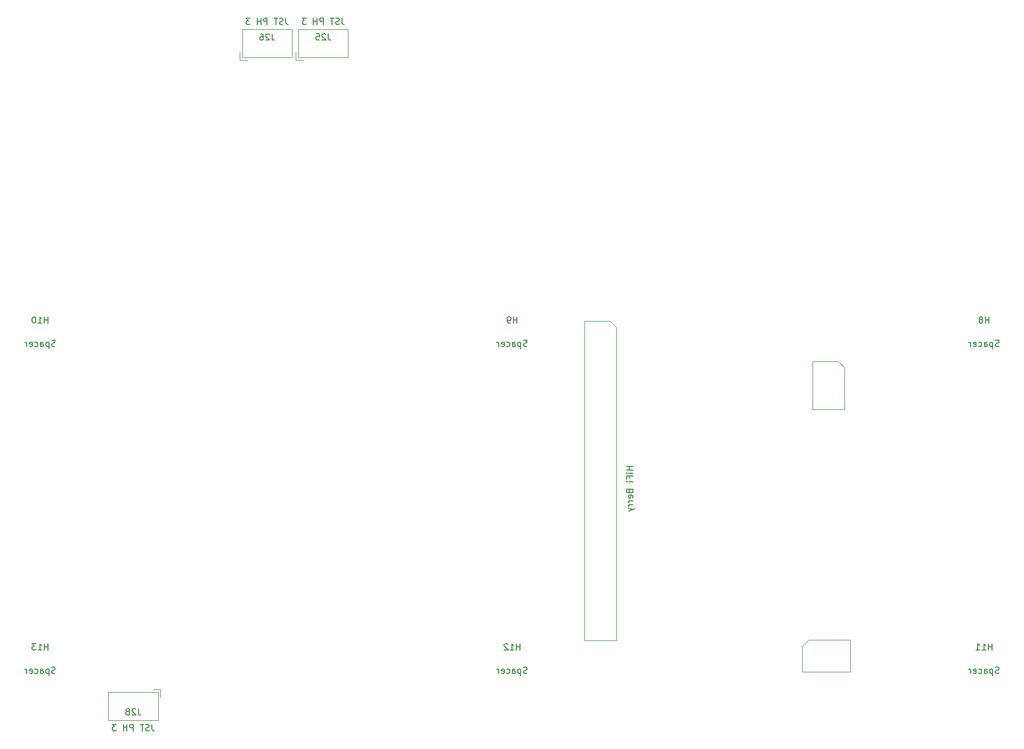
<source format=gbr>
%TF.GenerationSoftware,KiCad,Pcbnew,7.0.9-7.0.9~ubuntu23.04.1*%
%TF.CreationDate,2023-12-05T01:09:06+00:00*%
%TF.ProjectId,pedalboard-hw,70656461-6c62-46f6-9172-642d68772e6b,3.1.1*%
%TF.SameCoordinates,Original*%
%TF.FileFunction,AssemblyDrawing,Bot*%
%FSLAX46Y46*%
G04 Gerber Fmt 4.6, Leading zero omitted, Abs format (unit mm)*
G04 Created by KiCad (PCBNEW 7.0.9-7.0.9~ubuntu23.04.1) date 2023-12-05 01:09:06*
%MOMM*%
%LPD*%
G01*
G04 APERTURE LIST*
%ADD10C,0.150000*%
%ADD11C,0.100000*%
G04 APERTURE END LIST*
D10*
X32357142Y-123107200D02*
X32214285Y-123154819D01*
X32214285Y-123154819D02*
X31976190Y-123154819D01*
X31976190Y-123154819D02*
X31880952Y-123107200D01*
X31880952Y-123107200D02*
X31833333Y-123059580D01*
X31833333Y-123059580D02*
X31785714Y-122964342D01*
X31785714Y-122964342D02*
X31785714Y-122869104D01*
X31785714Y-122869104D02*
X31833333Y-122773866D01*
X31833333Y-122773866D02*
X31880952Y-122726247D01*
X31880952Y-122726247D02*
X31976190Y-122678628D01*
X31976190Y-122678628D02*
X32166666Y-122631009D01*
X32166666Y-122631009D02*
X32261904Y-122583390D01*
X32261904Y-122583390D02*
X32309523Y-122535771D01*
X32309523Y-122535771D02*
X32357142Y-122440533D01*
X32357142Y-122440533D02*
X32357142Y-122345295D01*
X32357142Y-122345295D02*
X32309523Y-122250057D01*
X32309523Y-122250057D02*
X32261904Y-122202438D01*
X32261904Y-122202438D02*
X32166666Y-122154819D01*
X32166666Y-122154819D02*
X31928571Y-122154819D01*
X31928571Y-122154819D02*
X31785714Y-122202438D01*
X31357142Y-122488152D02*
X31357142Y-123488152D01*
X31357142Y-122535771D02*
X31261904Y-122488152D01*
X31261904Y-122488152D02*
X31071428Y-122488152D01*
X31071428Y-122488152D02*
X30976190Y-122535771D01*
X30976190Y-122535771D02*
X30928571Y-122583390D01*
X30928571Y-122583390D02*
X30880952Y-122678628D01*
X30880952Y-122678628D02*
X30880952Y-122964342D01*
X30880952Y-122964342D02*
X30928571Y-123059580D01*
X30928571Y-123059580D02*
X30976190Y-123107200D01*
X30976190Y-123107200D02*
X31071428Y-123154819D01*
X31071428Y-123154819D02*
X31261904Y-123154819D01*
X31261904Y-123154819D02*
X31357142Y-123107200D01*
X30023809Y-123154819D02*
X30023809Y-122631009D01*
X30023809Y-122631009D02*
X30071428Y-122535771D01*
X30071428Y-122535771D02*
X30166666Y-122488152D01*
X30166666Y-122488152D02*
X30357142Y-122488152D01*
X30357142Y-122488152D02*
X30452380Y-122535771D01*
X30023809Y-123107200D02*
X30119047Y-123154819D01*
X30119047Y-123154819D02*
X30357142Y-123154819D01*
X30357142Y-123154819D02*
X30452380Y-123107200D01*
X30452380Y-123107200D02*
X30499999Y-123011961D01*
X30499999Y-123011961D02*
X30499999Y-122916723D01*
X30499999Y-122916723D02*
X30452380Y-122821485D01*
X30452380Y-122821485D02*
X30357142Y-122773866D01*
X30357142Y-122773866D02*
X30119047Y-122773866D01*
X30119047Y-122773866D02*
X30023809Y-122726247D01*
X29119047Y-123107200D02*
X29214285Y-123154819D01*
X29214285Y-123154819D02*
X29404761Y-123154819D01*
X29404761Y-123154819D02*
X29499999Y-123107200D01*
X29499999Y-123107200D02*
X29547618Y-123059580D01*
X29547618Y-123059580D02*
X29595237Y-122964342D01*
X29595237Y-122964342D02*
X29595237Y-122678628D01*
X29595237Y-122678628D02*
X29547618Y-122583390D01*
X29547618Y-122583390D02*
X29499999Y-122535771D01*
X29499999Y-122535771D02*
X29404761Y-122488152D01*
X29404761Y-122488152D02*
X29214285Y-122488152D01*
X29214285Y-122488152D02*
X29119047Y-122535771D01*
X28309523Y-123107200D02*
X28404761Y-123154819D01*
X28404761Y-123154819D02*
X28595237Y-123154819D01*
X28595237Y-123154819D02*
X28690475Y-123107200D01*
X28690475Y-123107200D02*
X28738094Y-123011961D01*
X28738094Y-123011961D02*
X28738094Y-122631009D01*
X28738094Y-122631009D02*
X28690475Y-122535771D01*
X28690475Y-122535771D02*
X28595237Y-122488152D01*
X28595237Y-122488152D02*
X28404761Y-122488152D01*
X28404761Y-122488152D02*
X28309523Y-122535771D01*
X28309523Y-122535771D02*
X28261904Y-122631009D01*
X28261904Y-122631009D02*
X28261904Y-122726247D01*
X28261904Y-122726247D02*
X28738094Y-122821485D01*
X27833332Y-123154819D02*
X27833332Y-122488152D01*
X27833332Y-122678628D02*
X27785713Y-122583390D01*
X27785713Y-122583390D02*
X27738094Y-122535771D01*
X27738094Y-122535771D02*
X27642856Y-122488152D01*
X27642856Y-122488152D02*
X27547618Y-122488152D01*
X31238094Y-119454819D02*
X31238094Y-118454819D01*
X31238094Y-118931009D02*
X30666666Y-118931009D01*
X30666666Y-119454819D02*
X30666666Y-118454819D01*
X29666666Y-119454819D02*
X30238094Y-119454819D01*
X29952380Y-119454819D02*
X29952380Y-118454819D01*
X29952380Y-118454819D02*
X30047618Y-118597676D01*
X30047618Y-118597676D02*
X30142856Y-118692914D01*
X30142856Y-118692914D02*
X30238094Y-118740533D01*
X29333332Y-118454819D02*
X28714285Y-118454819D01*
X28714285Y-118454819D02*
X29047618Y-118835771D01*
X29047618Y-118835771D02*
X28904761Y-118835771D01*
X28904761Y-118835771D02*
X28809523Y-118883390D01*
X28809523Y-118883390D02*
X28761904Y-118931009D01*
X28761904Y-118931009D02*
X28714285Y-119026247D01*
X28714285Y-119026247D02*
X28714285Y-119264342D01*
X28714285Y-119264342D02*
X28761904Y-119359580D01*
X28761904Y-119359580D02*
X28809523Y-119407200D01*
X28809523Y-119407200D02*
X28904761Y-119454819D01*
X28904761Y-119454819D02*
X29190475Y-119454819D01*
X29190475Y-119454819D02*
X29285713Y-119407200D01*
X29285713Y-119407200D02*
X29333332Y-119359580D01*
X107357142Y-71107200D02*
X107214285Y-71154819D01*
X107214285Y-71154819D02*
X106976190Y-71154819D01*
X106976190Y-71154819D02*
X106880952Y-71107200D01*
X106880952Y-71107200D02*
X106833333Y-71059580D01*
X106833333Y-71059580D02*
X106785714Y-70964342D01*
X106785714Y-70964342D02*
X106785714Y-70869104D01*
X106785714Y-70869104D02*
X106833333Y-70773866D01*
X106833333Y-70773866D02*
X106880952Y-70726247D01*
X106880952Y-70726247D02*
X106976190Y-70678628D01*
X106976190Y-70678628D02*
X107166666Y-70631009D01*
X107166666Y-70631009D02*
X107261904Y-70583390D01*
X107261904Y-70583390D02*
X107309523Y-70535771D01*
X107309523Y-70535771D02*
X107357142Y-70440533D01*
X107357142Y-70440533D02*
X107357142Y-70345295D01*
X107357142Y-70345295D02*
X107309523Y-70250057D01*
X107309523Y-70250057D02*
X107261904Y-70202438D01*
X107261904Y-70202438D02*
X107166666Y-70154819D01*
X107166666Y-70154819D02*
X106928571Y-70154819D01*
X106928571Y-70154819D02*
X106785714Y-70202438D01*
X106357142Y-70488152D02*
X106357142Y-71488152D01*
X106357142Y-70535771D02*
X106261904Y-70488152D01*
X106261904Y-70488152D02*
X106071428Y-70488152D01*
X106071428Y-70488152D02*
X105976190Y-70535771D01*
X105976190Y-70535771D02*
X105928571Y-70583390D01*
X105928571Y-70583390D02*
X105880952Y-70678628D01*
X105880952Y-70678628D02*
X105880952Y-70964342D01*
X105880952Y-70964342D02*
X105928571Y-71059580D01*
X105928571Y-71059580D02*
X105976190Y-71107200D01*
X105976190Y-71107200D02*
X106071428Y-71154819D01*
X106071428Y-71154819D02*
X106261904Y-71154819D01*
X106261904Y-71154819D02*
X106357142Y-71107200D01*
X105023809Y-71154819D02*
X105023809Y-70631009D01*
X105023809Y-70631009D02*
X105071428Y-70535771D01*
X105071428Y-70535771D02*
X105166666Y-70488152D01*
X105166666Y-70488152D02*
X105357142Y-70488152D01*
X105357142Y-70488152D02*
X105452380Y-70535771D01*
X105023809Y-71107200D02*
X105119047Y-71154819D01*
X105119047Y-71154819D02*
X105357142Y-71154819D01*
X105357142Y-71154819D02*
X105452380Y-71107200D01*
X105452380Y-71107200D02*
X105499999Y-71011961D01*
X105499999Y-71011961D02*
X105499999Y-70916723D01*
X105499999Y-70916723D02*
X105452380Y-70821485D01*
X105452380Y-70821485D02*
X105357142Y-70773866D01*
X105357142Y-70773866D02*
X105119047Y-70773866D01*
X105119047Y-70773866D02*
X105023809Y-70726247D01*
X104119047Y-71107200D02*
X104214285Y-71154819D01*
X104214285Y-71154819D02*
X104404761Y-71154819D01*
X104404761Y-71154819D02*
X104499999Y-71107200D01*
X104499999Y-71107200D02*
X104547618Y-71059580D01*
X104547618Y-71059580D02*
X104595237Y-70964342D01*
X104595237Y-70964342D02*
X104595237Y-70678628D01*
X104595237Y-70678628D02*
X104547618Y-70583390D01*
X104547618Y-70583390D02*
X104499999Y-70535771D01*
X104499999Y-70535771D02*
X104404761Y-70488152D01*
X104404761Y-70488152D02*
X104214285Y-70488152D01*
X104214285Y-70488152D02*
X104119047Y-70535771D01*
X103309523Y-71107200D02*
X103404761Y-71154819D01*
X103404761Y-71154819D02*
X103595237Y-71154819D01*
X103595237Y-71154819D02*
X103690475Y-71107200D01*
X103690475Y-71107200D02*
X103738094Y-71011961D01*
X103738094Y-71011961D02*
X103738094Y-70631009D01*
X103738094Y-70631009D02*
X103690475Y-70535771D01*
X103690475Y-70535771D02*
X103595237Y-70488152D01*
X103595237Y-70488152D02*
X103404761Y-70488152D01*
X103404761Y-70488152D02*
X103309523Y-70535771D01*
X103309523Y-70535771D02*
X103261904Y-70631009D01*
X103261904Y-70631009D02*
X103261904Y-70726247D01*
X103261904Y-70726247D02*
X103738094Y-70821485D01*
X102833332Y-71154819D02*
X102833332Y-70488152D01*
X102833332Y-70678628D02*
X102785713Y-70583390D01*
X102785713Y-70583390D02*
X102738094Y-70535771D01*
X102738094Y-70535771D02*
X102642856Y-70488152D01*
X102642856Y-70488152D02*
X102547618Y-70488152D01*
X105761904Y-67454819D02*
X105761904Y-66454819D01*
X105761904Y-66931009D02*
X105190476Y-66931009D01*
X105190476Y-67454819D02*
X105190476Y-66454819D01*
X104666666Y-67454819D02*
X104476190Y-67454819D01*
X104476190Y-67454819D02*
X104380952Y-67407200D01*
X104380952Y-67407200D02*
X104333333Y-67359580D01*
X104333333Y-67359580D02*
X104238095Y-67216723D01*
X104238095Y-67216723D02*
X104190476Y-67026247D01*
X104190476Y-67026247D02*
X104190476Y-66645295D01*
X104190476Y-66645295D02*
X104238095Y-66550057D01*
X104238095Y-66550057D02*
X104285714Y-66502438D01*
X104285714Y-66502438D02*
X104380952Y-66454819D01*
X104380952Y-66454819D02*
X104571428Y-66454819D01*
X104571428Y-66454819D02*
X104666666Y-66502438D01*
X104666666Y-66502438D02*
X104714285Y-66550057D01*
X104714285Y-66550057D02*
X104761904Y-66645295D01*
X104761904Y-66645295D02*
X104761904Y-66883390D01*
X104761904Y-66883390D02*
X104714285Y-66978628D01*
X104714285Y-66978628D02*
X104666666Y-67026247D01*
X104666666Y-67026247D02*
X104571428Y-67073866D01*
X104571428Y-67073866D02*
X104380952Y-67073866D01*
X104380952Y-67073866D02*
X104285714Y-67026247D01*
X104285714Y-67026247D02*
X104238095Y-66978628D01*
X104238095Y-66978628D02*
X104190476Y-66883390D01*
X32357142Y-71107200D02*
X32214285Y-71154819D01*
X32214285Y-71154819D02*
X31976190Y-71154819D01*
X31976190Y-71154819D02*
X31880952Y-71107200D01*
X31880952Y-71107200D02*
X31833333Y-71059580D01*
X31833333Y-71059580D02*
X31785714Y-70964342D01*
X31785714Y-70964342D02*
X31785714Y-70869104D01*
X31785714Y-70869104D02*
X31833333Y-70773866D01*
X31833333Y-70773866D02*
X31880952Y-70726247D01*
X31880952Y-70726247D02*
X31976190Y-70678628D01*
X31976190Y-70678628D02*
X32166666Y-70631009D01*
X32166666Y-70631009D02*
X32261904Y-70583390D01*
X32261904Y-70583390D02*
X32309523Y-70535771D01*
X32309523Y-70535771D02*
X32357142Y-70440533D01*
X32357142Y-70440533D02*
X32357142Y-70345295D01*
X32357142Y-70345295D02*
X32309523Y-70250057D01*
X32309523Y-70250057D02*
X32261904Y-70202438D01*
X32261904Y-70202438D02*
X32166666Y-70154819D01*
X32166666Y-70154819D02*
X31928571Y-70154819D01*
X31928571Y-70154819D02*
X31785714Y-70202438D01*
X31357142Y-70488152D02*
X31357142Y-71488152D01*
X31357142Y-70535771D02*
X31261904Y-70488152D01*
X31261904Y-70488152D02*
X31071428Y-70488152D01*
X31071428Y-70488152D02*
X30976190Y-70535771D01*
X30976190Y-70535771D02*
X30928571Y-70583390D01*
X30928571Y-70583390D02*
X30880952Y-70678628D01*
X30880952Y-70678628D02*
X30880952Y-70964342D01*
X30880952Y-70964342D02*
X30928571Y-71059580D01*
X30928571Y-71059580D02*
X30976190Y-71107200D01*
X30976190Y-71107200D02*
X31071428Y-71154819D01*
X31071428Y-71154819D02*
X31261904Y-71154819D01*
X31261904Y-71154819D02*
X31357142Y-71107200D01*
X30023809Y-71154819D02*
X30023809Y-70631009D01*
X30023809Y-70631009D02*
X30071428Y-70535771D01*
X30071428Y-70535771D02*
X30166666Y-70488152D01*
X30166666Y-70488152D02*
X30357142Y-70488152D01*
X30357142Y-70488152D02*
X30452380Y-70535771D01*
X30023809Y-71107200D02*
X30119047Y-71154819D01*
X30119047Y-71154819D02*
X30357142Y-71154819D01*
X30357142Y-71154819D02*
X30452380Y-71107200D01*
X30452380Y-71107200D02*
X30499999Y-71011961D01*
X30499999Y-71011961D02*
X30499999Y-70916723D01*
X30499999Y-70916723D02*
X30452380Y-70821485D01*
X30452380Y-70821485D02*
X30357142Y-70773866D01*
X30357142Y-70773866D02*
X30119047Y-70773866D01*
X30119047Y-70773866D02*
X30023809Y-70726247D01*
X29119047Y-71107200D02*
X29214285Y-71154819D01*
X29214285Y-71154819D02*
X29404761Y-71154819D01*
X29404761Y-71154819D02*
X29499999Y-71107200D01*
X29499999Y-71107200D02*
X29547618Y-71059580D01*
X29547618Y-71059580D02*
X29595237Y-70964342D01*
X29595237Y-70964342D02*
X29595237Y-70678628D01*
X29595237Y-70678628D02*
X29547618Y-70583390D01*
X29547618Y-70583390D02*
X29499999Y-70535771D01*
X29499999Y-70535771D02*
X29404761Y-70488152D01*
X29404761Y-70488152D02*
X29214285Y-70488152D01*
X29214285Y-70488152D02*
X29119047Y-70535771D01*
X28309523Y-71107200D02*
X28404761Y-71154819D01*
X28404761Y-71154819D02*
X28595237Y-71154819D01*
X28595237Y-71154819D02*
X28690475Y-71107200D01*
X28690475Y-71107200D02*
X28738094Y-71011961D01*
X28738094Y-71011961D02*
X28738094Y-70631009D01*
X28738094Y-70631009D02*
X28690475Y-70535771D01*
X28690475Y-70535771D02*
X28595237Y-70488152D01*
X28595237Y-70488152D02*
X28404761Y-70488152D01*
X28404761Y-70488152D02*
X28309523Y-70535771D01*
X28309523Y-70535771D02*
X28261904Y-70631009D01*
X28261904Y-70631009D02*
X28261904Y-70726247D01*
X28261904Y-70726247D02*
X28738094Y-70821485D01*
X27833332Y-71154819D02*
X27833332Y-70488152D01*
X27833332Y-70678628D02*
X27785713Y-70583390D01*
X27785713Y-70583390D02*
X27738094Y-70535771D01*
X27738094Y-70535771D02*
X27642856Y-70488152D01*
X27642856Y-70488152D02*
X27547618Y-70488152D01*
X31238094Y-67454819D02*
X31238094Y-66454819D01*
X31238094Y-66931009D02*
X30666666Y-66931009D01*
X30666666Y-67454819D02*
X30666666Y-66454819D01*
X29666666Y-67454819D02*
X30238094Y-67454819D01*
X29952380Y-67454819D02*
X29952380Y-66454819D01*
X29952380Y-66454819D02*
X30047618Y-66597676D01*
X30047618Y-66597676D02*
X30142856Y-66692914D01*
X30142856Y-66692914D02*
X30238094Y-66740533D01*
X29047618Y-66454819D02*
X28952380Y-66454819D01*
X28952380Y-66454819D02*
X28857142Y-66502438D01*
X28857142Y-66502438D02*
X28809523Y-66550057D01*
X28809523Y-66550057D02*
X28761904Y-66645295D01*
X28761904Y-66645295D02*
X28714285Y-66835771D01*
X28714285Y-66835771D02*
X28714285Y-67073866D01*
X28714285Y-67073866D02*
X28761904Y-67264342D01*
X28761904Y-67264342D02*
X28809523Y-67359580D01*
X28809523Y-67359580D02*
X28857142Y-67407200D01*
X28857142Y-67407200D02*
X28952380Y-67454819D01*
X28952380Y-67454819D02*
X29047618Y-67454819D01*
X29047618Y-67454819D02*
X29142856Y-67407200D01*
X29142856Y-67407200D02*
X29190475Y-67359580D01*
X29190475Y-67359580D02*
X29238094Y-67264342D01*
X29238094Y-67264342D02*
X29285713Y-67073866D01*
X29285713Y-67073866D02*
X29285713Y-66835771D01*
X29285713Y-66835771D02*
X29238094Y-66645295D01*
X29238094Y-66645295D02*
X29190475Y-66550057D01*
X29190475Y-66550057D02*
X29142856Y-66502438D01*
X29142856Y-66502438D02*
X29047618Y-66454819D01*
X182357142Y-71107200D02*
X182214285Y-71154819D01*
X182214285Y-71154819D02*
X181976190Y-71154819D01*
X181976190Y-71154819D02*
X181880952Y-71107200D01*
X181880952Y-71107200D02*
X181833333Y-71059580D01*
X181833333Y-71059580D02*
X181785714Y-70964342D01*
X181785714Y-70964342D02*
X181785714Y-70869104D01*
X181785714Y-70869104D02*
X181833333Y-70773866D01*
X181833333Y-70773866D02*
X181880952Y-70726247D01*
X181880952Y-70726247D02*
X181976190Y-70678628D01*
X181976190Y-70678628D02*
X182166666Y-70631009D01*
X182166666Y-70631009D02*
X182261904Y-70583390D01*
X182261904Y-70583390D02*
X182309523Y-70535771D01*
X182309523Y-70535771D02*
X182357142Y-70440533D01*
X182357142Y-70440533D02*
X182357142Y-70345295D01*
X182357142Y-70345295D02*
X182309523Y-70250057D01*
X182309523Y-70250057D02*
X182261904Y-70202438D01*
X182261904Y-70202438D02*
X182166666Y-70154819D01*
X182166666Y-70154819D02*
X181928571Y-70154819D01*
X181928571Y-70154819D02*
X181785714Y-70202438D01*
X181357142Y-70488152D02*
X181357142Y-71488152D01*
X181357142Y-70535771D02*
X181261904Y-70488152D01*
X181261904Y-70488152D02*
X181071428Y-70488152D01*
X181071428Y-70488152D02*
X180976190Y-70535771D01*
X180976190Y-70535771D02*
X180928571Y-70583390D01*
X180928571Y-70583390D02*
X180880952Y-70678628D01*
X180880952Y-70678628D02*
X180880952Y-70964342D01*
X180880952Y-70964342D02*
X180928571Y-71059580D01*
X180928571Y-71059580D02*
X180976190Y-71107200D01*
X180976190Y-71107200D02*
X181071428Y-71154819D01*
X181071428Y-71154819D02*
X181261904Y-71154819D01*
X181261904Y-71154819D02*
X181357142Y-71107200D01*
X180023809Y-71154819D02*
X180023809Y-70631009D01*
X180023809Y-70631009D02*
X180071428Y-70535771D01*
X180071428Y-70535771D02*
X180166666Y-70488152D01*
X180166666Y-70488152D02*
X180357142Y-70488152D01*
X180357142Y-70488152D02*
X180452380Y-70535771D01*
X180023809Y-71107200D02*
X180119047Y-71154819D01*
X180119047Y-71154819D02*
X180357142Y-71154819D01*
X180357142Y-71154819D02*
X180452380Y-71107200D01*
X180452380Y-71107200D02*
X180499999Y-71011961D01*
X180499999Y-71011961D02*
X180499999Y-70916723D01*
X180499999Y-70916723D02*
X180452380Y-70821485D01*
X180452380Y-70821485D02*
X180357142Y-70773866D01*
X180357142Y-70773866D02*
X180119047Y-70773866D01*
X180119047Y-70773866D02*
X180023809Y-70726247D01*
X179119047Y-71107200D02*
X179214285Y-71154819D01*
X179214285Y-71154819D02*
X179404761Y-71154819D01*
X179404761Y-71154819D02*
X179499999Y-71107200D01*
X179499999Y-71107200D02*
X179547618Y-71059580D01*
X179547618Y-71059580D02*
X179595237Y-70964342D01*
X179595237Y-70964342D02*
X179595237Y-70678628D01*
X179595237Y-70678628D02*
X179547618Y-70583390D01*
X179547618Y-70583390D02*
X179499999Y-70535771D01*
X179499999Y-70535771D02*
X179404761Y-70488152D01*
X179404761Y-70488152D02*
X179214285Y-70488152D01*
X179214285Y-70488152D02*
X179119047Y-70535771D01*
X178309523Y-71107200D02*
X178404761Y-71154819D01*
X178404761Y-71154819D02*
X178595237Y-71154819D01*
X178595237Y-71154819D02*
X178690475Y-71107200D01*
X178690475Y-71107200D02*
X178738094Y-71011961D01*
X178738094Y-71011961D02*
X178738094Y-70631009D01*
X178738094Y-70631009D02*
X178690475Y-70535771D01*
X178690475Y-70535771D02*
X178595237Y-70488152D01*
X178595237Y-70488152D02*
X178404761Y-70488152D01*
X178404761Y-70488152D02*
X178309523Y-70535771D01*
X178309523Y-70535771D02*
X178261904Y-70631009D01*
X178261904Y-70631009D02*
X178261904Y-70726247D01*
X178261904Y-70726247D02*
X178738094Y-70821485D01*
X177833332Y-71154819D02*
X177833332Y-70488152D01*
X177833332Y-70678628D02*
X177785713Y-70583390D01*
X177785713Y-70583390D02*
X177738094Y-70535771D01*
X177738094Y-70535771D02*
X177642856Y-70488152D01*
X177642856Y-70488152D02*
X177547618Y-70488152D01*
X180761904Y-67454819D02*
X180761904Y-66454819D01*
X180761904Y-66931009D02*
X180190476Y-66931009D01*
X180190476Y-67454819D02*
X180190476Y-66454819D01*
X179571428Y-66883390D02*
X179666666Y-66835771D01*
X179666666Y-66835771D02*
X179714285Y-66788152D01*
X179714285Y-66788152D02*
X179761904Y-66692914D01*
X179761904Y-66692914D02*
X179761904Y-66645295D01*
X179761904Y-66645295D02*
X179714285Y-66550057D01*
X179714285Y-66550057D02*
X179666666Y-66502438D01*
X179666666Y-66502438D02*
X179571428Y-66454819D01*
X179571428Y-66454819D02*
X179380952Y-66454819D01*
X179380952Y-66454819D02*
X179285714Y-66502438D01*
X179285714Y-66502438D02*
X179238095Y-66550057D01*
X179238095Y-66550057D02*
X179190476Y-66645295D01*
X179190476Y-66645295D02*
X179190476Y-66692914D01*
X179190476Y-66692914D02*
X179238095Y-66788152D01*
X179238095Y-66788152D02*
X179285714Y-66835771D01*
X179285714Y-66835771D02*
X179380952Y-66883390D01*
X179380952Y-66883390D02*
X179571428Y-66883390D01*
X179571428Y-66883390D02*
X179666666Y-66931009D01*
X179666666Y-66931009D02*
X179714285Y-66978628D01*
X179714285Y-66978628D02*
X179761904Y-67073866D01*
X179761904Y-67073866D02*
X179761904Y-67264342D01*
X179761904Y-67264342D02*
X179714285Y-67359580D01*
X179714285Y-67359580D02*
X179666666Y-67407200D01*
X179666666Y-67407200D02*
X179571428Y-67454819D01*
X179571428Y-67454819D02*
X179380952Y-67454819D01*
X179380952Y-67454819D02*
X179285714Y-67407200D01*
X179285714Y-67407200D02*
X179238095Y-67359580D01*
X179238095Y-67359580D02*
X179190476Y-67264342D01*
X179190476Y-67264342D02*
X179190476Y-67073866D01*
X179190476Y-67073866D02*
X179238095Y-66978628D01*
X179238095Y-66978628D02*
X179285714Y-66931009D01*
X179285714Y-66931009D02*
X179380952Y-66883390D01*
X107357142Y-123107200D02*
X107214285Y-123154819D01*
X107214285Y-123154819D02*
X106976190Y-123154819D01*
X106976190Y-123154819D02*
X106880952Y-123107200D01*
X106880952Y-123107200D02*
X106833333Y-123059580D01*
X106833333Y-123059580D02*
X106785714Y-122964342D01*
X106785714Y-122964342D02*
X106785714Y-122869104D01*
X106785714Y-122869104D02*
X106833333Y-122773866D01*
X106833333Y-122773866D02*
X106880952Y-122726247D01*
X106880952Y-122726247D02*
X106976190Y-122678628D01*
X106976190Y-122678628D02*
X107166666Y-122631009D01*
X107166666Y-122631009D02*
X107261904Y-122583390D01*
X107261904Y-122583390D02*
X107309523Y-122535771D01*
X107309523Y-122535771D02*
X107357142Y-122440533D01*
X107357142Y-122440533D02*
X107357142Y-122345295D01*
X107357142Y-122345295D02*
X107309523Y-122250057D01*
X107309523Y-122250057D02*
X107261904Y-122202438D01*
X107261904Y-122202438D02*
X107166666Y-122154819D01*
X107166666Y-122154819D02*
X106928571Y-122154819D01*
X106928571Y-122154819D02*
X106785714Y-122202438D01*
X106357142Y-122488152D02*
X106357142Y-123488152D01*
X106357142Y-122535771D02*
X106261904Y-122488152D01*
X106261904Y-122488152D02*
X106071428Y-122488152D01*
X106071428Y-122488152D02*
X105976190Y-122535771D01*
X105976190Y-122535771D02*
X105928571Y-122583390D01*
X105928571Y-122583390D02*
X105880952Y-122678628D01*
X105880952Y-122678628D02*
X105880952Y-122964342D01*
X105880952Y-122964342D02*
X105928571Y-123059580D01*
X105928571Y-123059580D02*
X105976190Y-123107200D01*
X105976190Y-123107200D02*
X106071428Y-123154819D01*
X106071428Y-123154819D02*
X106261904Y-123154819D01*
X106261904Y-123154819D02*
X106357142Y-123107200D01*
X105023809Y-123154819D02*
X105023809Y-122631009D01*
X105023809Y-122631009D02*
X105071428Y-122535771D01*
X105071428Y-122535771D02*
X105166666Y-122488152D01*
X105166666Y-122488152D02*
X105357142Y-122488152D01*
X105357142Y-122488152D02*
X105452380Y-122535771D01*
X105023809Y-123107200D02*
X105119047Y-123154819D01*
X105119047Y-123154819D02*
X105357142Y-123154819D01*
X105357142Y-123154819D02*
X105452380Y-123107200D01*
X105452380Y-123107200D02*
X105499999Y-123011961D01*
X105499999Y-123011961D02*
X105499999Y-122916723D01*
X105499999Y-122916723D02*
X105452380Y-122821485D01*
X105452380Y-122821485D02*
X105357142Y-122773866D01*
X105357142Y-122773866D02*
X105119047Y-122773866D01*
X105119047Y-122773866D02*
X105023809Y-122726247D01*
X104119047Y-123107200D02*
X104214285Y-123154819D01*
X104214285Y-123154819D02*
X104404761Y-123154819D01*
X104404761Y-123154819D02*
X104499999Y-123107200D01*
X104499999Y-123107200D02*
X104547618Y-123059580D01*
X104547618Y-123059580D02*
X104595237Y-122964342D01*
X104595237Y-122964342D02*
X104595237Y-122678628D01*
X104595237Y-122678628D02*
X104547618Y-122583390D01*
X104547618Y-122583390D02*
X104499999Y-122535771D01*
X104499999Y-122535771D02*
X104404761Y-122488152D01*
X104404761Y-122488152D02*
X104214285Y-122488152D01*
X104214285Y-122488152D02*
X104119047Y-122535771D01*
X103309523Y-123107200D02*
X103404761Y-123154819D01*
X103404761Y-123154819D02*
X103595237Y-123154819D01*
X103595237Y-123154819D02*
X103690475Y-123107200D01*
X103690475Y-123107200D02*
X103738094Y-123011961D01*
X103738094Y-123011961D02*
X103738094Y-122631009D01*
X103738094Y-122631009D02*
X103690475Y-122535771D01*
X103690475Y-122535771D02*
X103595237Y-122488152D01*
X103595237Y-122488152D02*
X103404761Y-122488152D01*
X103404761Y-122488152D02*
X103309523Y-122535771D01*
X103309523Y-122535771D02*
X103261904Y-122631009D01*
X103261904Y-122631009D02*
X103261904Y-122726247D01*
X103261904Y-122726247D02*
X103738094Y-122821485D01*
X102833332Y-123154819D02*
X102833332Y-122488152D01*
X102833332Y-122678628D02*
X102785713Y-122583390D01*
X102785713Y-122583390D02*
X102738094Y-122535771D01*
X102738094Y-122535771D02*
X102642856Y-122488152D01*
X102642856Y-122488152D02*
X102547618Y-122488152D01*
X106238094Y-119454819D02*
X106238094Y-118454819D01*
X106238094Y-118931009D02*
X105666666Y-118931009D01*
X105666666Y-119454819D02*
X105666666Y-118454819D01*
X104666666Y-119454819D02*
X105238094Y-119454819D01*
X104952380Y-119454819D02*
X104952380Y-118454819D01*
X104952380Y-118454819D02*
X105047618Y-118597676D01*
X105047618Y-118597676D02*
X105142856Y-118692914D01*
X105142856Y-118692914D02*
X105238094Y-118740533D01*
X104285713Y-118550057D02*
X104238094Y-118502438D01*
X104238094Y-118502438D02*
X104142856Y-118454819D01*
X104142856Y-118454819D02*
X103904761Y-118454819D01*
X103904761Y-118454819D02*
X103809523Y-118502438D01*
X103809523Y-118502438D02*
X103761904Y-118550057D01*
X103761904Y-118550057D02*
X103714285Y-118645295D01*
X103714285Y-118645295D02*
X103714285Y-118740533D01*
X103714285Y-118740533D02*
X103761904Y-118883390D01*
X103761904Y-118883390D02*
X104333332Y-119454819D01*
X104333332Y-119454819D02*
X103714285Y-119454819D01*
X77936190Y-18944819D02*
X77936190Y-19659104D01*
X77936190Y-19659104D02*
X77983809Y-19801961D01*
X77983809Y-19801961D02*
X78079047Y-19897200D01*
X78079047Y-19897200D02*
X78221904Y-19944819D01*
X78221904Y-19944819D02*
X78317142Y-19944819D01*
X77507618Y-19897200D02*
X77364761Y-19944819D01*
X77364761Y-19944819D02*
X77126666Y-19944819D01*
X77126666Y-19944819D02*
X77031428Y-19897200D01*
X77031428Y-19897200D02*
X76983809Y-19849580D01*
X76983809Y-19849580D02*
X76936190Y-19754342D01*
X76936190Y-19754342D02*
X76936190Y-19659104D01*
X76936190Y-19659104D02*
X76983809Y-19563866D01*
X76983809Y-19563866D02*
X77031428Y-19516247D01*
X77031428Y-19516247D02*
X77126666Y-19468628D01*
X77126666Y-19468628D02*
X77317142Y-19421009D01*
X77317142Y-19421009D02*
X77412380Y-19373390D01*
X77412380Y-19373390D02*
X77459999Y-19325771D01*
X77459999Y-19325771D02*
X77507618Y-19230533D01*
X77507618Y-19230533D02*
X77507618Y-19135295D01*
X77507618Y-19135295D02*
X77459999Y-19040057D01*
X77459999Y-19040057D02*
X77412380Y-18992438D01*
X77412380Y-18992438D02*
X77317142Y-18944819D01*
X77317142Y-18944819D02*
X77079047Y-18944819D01*
X77079047Y-18944819D02*
X76936190Y-18992438D01*
X76650475Y-18944819D02*
X76079047Y-18944819D01*
X76364761Y-19944819D02*
X76364761Y-18944819D01*
X74983808Y-19944819D02*
X74983808Y-18944819D01*
X74983808Y-18944819D02*
X74602856Y-18944819D01*
X74602856Y-18944819D02*
X74507618Y-18992438D01*
X74507618Y-18992438D02*
X74459999Y-19040057D01*
X74459999Y-19040057D02*
X74412380Y-19135295D01*
X74412380Y-19135295D02*
X74412380Y-19278152D01*
X74412380Y-19278152D02*
X74459999Y-19373390D01*
X74459999Y-19373390D02*
X74507618Y-19421009D01*
X74507618Y-19421009D02*
X74602856Y-19468628D01*
X74602856Y-19468628D02*
X74983808Y-19468628D01*
X73983808Y-19944819D02*
X73983808Y-18944819D01*
X73983808Y-19421009D02*
X73412380Y-19421009D01*
X73412380Y-19944819D02*
X73412380Y-18944819D01*
X72269522Y-18944819D02*
X71650475Y-18944819D01*
X71650475Y-18944819D02*
X71983808Y-19325771D01*
X71983808Y-19325771D02*
X71840951Y-19325771D01*
X71840951Y-19325771D02*
X71745713Y-19373390D01*
X71745713Y-19373390D02*
X71698094Y-19421009D01*
X71698094Y-19421009D02*
X71650475Y-19516247D01*
X71650475Y-19516247D02*
X71650475Y-19754342D01*
X71650475Y-19754342D02*
X71698094Y-19849580D01*
X71698094Y-19849580D02*
X71745713Y-19897200D01*
X71745713Y-19897200D02*
X71840951Y-19944819D01*
X71840951Y-19944819D02*
X72126665Y-19944819D01*
X72126665Y-19944819D02*
X72221903Y-19897200D01*
X72221903Y-19897200D02*
X72269522Y-19849580D01*
X75769523Y-21444819D02*
X75769523Y-22159104D01*
X75769523Y-22159104D02*
X75817142Y-22301961D01*
X75817142Y-22301961D02*
X75912380Y-22397200D01*
X75912380Y-22397200D02*
X76055237Y-22444819D01*
X76055237Y-22444819D02*
X76150475Y-22444819D01*
X75340951Y-21540057D02*
X75293332Y-21492438D01*
X75293332Y-21492438D02*
X75198094Y-21444819D01*
X75198094Y-21444819D02*
X74959999Y-21444819D01*
X74959999Y-21444819D02*
X74864761Y-21492438D01*
X74864761Y-21492438D02*
X74817142Y-21540057D01*
X74817142Y-21540057D02*
X74769523Y-21635295D01*
X74769523Y-21635295D02*
X74769523Y-21730533D01*
X74769523Y-21730533D02*
X74817142Y-21873390D01*
X74817142Y-21873390D02*
X75388570Y-22444819D01*
X75388570Y-22444819D02*
X74769523Y-22444819D01*
X73864761Y-21444819D02*
X74340951Y-21444819D01*
X74340951Y-21444819D02*
X74388570Y-21921009D01*
X74388570Y-21921009D02*
X74340951Y-21873390D01*
X74340951Y-21873390D02*
X74245713Y-21825771D01*
X74245713Y-21825771D02*
X74007618Y-21825771D01*
X74007618Y-21825771D02*
X73912380Y-21873390D01*
X73912380Y-21873390D02*
X73864761Y-21921009D01*
X73864761Y-21921009D02*
X73817142Y-22016247D01*
X73817142Y-22016247D02*
X73817142Y-22254342D01*
X73817142Y-22254342D02*
X73864761Y-22349580D01*
X73864761Y-22349580D02*
X73912380Y-22397200D01*
X73912380Y-22397200D02*
X74007618Y-22444819D01*
X74007618Y-22444819D02*
X74245713Y-22444819D01*
X74245713Y-22444819D02*
X74340951Y-22397200D01*
X74340951Y-22397200D02*
X74388570Y-22349580D01*
X47736190Y-131284819D02*
X47736190Y-131999104D01*
X47736190Y-131999104D02*
X47783809Y-132141961D01*
X47783809Y-132141961D02*
X47879047Y-132237200D01*
X47879047Y-132237200D02*
X48021904Y-132284819D01*
X48021904Y-132284819D02*
X48117142Y-132284819D01*
X47307618Y-132237200D02*
X47164761Y-132284819D01*
X47164761Y-132284819D02*
X46926666Y-132284819D01*
X46926666Y-132284819D02*
X46831428Y-132237200D01*
X46831428Y-132237200D02*
X46783809Y-132189580D01*
X46783809Y-132189580D02*
X46736190Y-132094342D01*
X46736190Y-132094342D02*
X46736190Y-131999104D01*
X46736190Y-131999104D02*
X46783809Y-131903866D01*
X46783809Y-131903866D02*
X46831428Y-131856247D01*
X46831428Y-131856247D02*
X46926666Y-131808628D01*
X46926666Y-131808628D02*
X47117142Y-131761009D01*
X47117142Y-131761009D02*
X47212380Y-131713390D01*
X47212380Y-131713390D02*
X47259999Y-131665771D01*
X47259999Y-131665771D02*
X47307618Y-131570533D01*
X47307618Y-131570533D02*
X47307618Y-131475295D01*
X47307618Y-131475295D02*
X47259999Y-131380057D01*
X47259999Y-131380057D02*
X47212380Y-131332438D01*
X47212380Y-131332438D02*
X47117142Y-131284819D01*
X47117142Y-131284819D02*
X46879047Y-131284819D01*
X46879047Y-131284819D02*
X46736190Y-131332438D01*
X46450475Y-131284819D02*
X45879047Y-131284819D01*
X46164761Y-132284819D02*
X46164761Y-131284819D01*
X44783808Y-132284819D02*
X44783808Y-131284819D01*
X44783808Y-131284819D02*
X44402856Y-131284819D01*
X44402856Y-131284819D02*
X44307618Y-131332438D01*
X44307618Y-131332438D02*
X44259999Y-131380057D01*
X44259999Y-131380057D02*
X44212380Y-131475295D01*
X44212380Y-131475295D02*
X44212380Y-131618152D01*
X44212380Y-131618152D02*
X44259999Y-131713390D01*
X44259999Y-131713390D02*
X44307618Y-131761009D01*
X44307618Y-131761009D02*
X44402856Y-131808628D01*
X44402856Y-131808628D02*
X44783808Y-131808628D01*
X43783808Y-132284819D02*
X43783808Y-131284819D01*
X43783808Y-131761009D02*
X43212380Y-131761009D01*
X43212380Y-132284819D02*
X43212380Y-131284819D01*
X42069522Y-131284819D02*
X41450475Y-131284819D01*
X41450475Y-131284819D02*
X41783808Y-131665771D01*
X41783808Y-131665771D02*
X41640951Y-131665771D01*
X41640951Y-131665771D02*
X41545713Y-131713390D01*
X41545713Y-131713390D02*
X41498094Y-131761009D01*
X41498094Y-131761009D02*
X41450475Y-131856247D01*
X41450475Y-131856247D02*
X41450475Y-132094342D01*
X41450475Y-132094342D02*
X41498094Y-132189580D01*
X41498094Y-132189580D02*
X41545713Y-132237200D01*
X41545713Y-132237200D02*
X41640951Y-132284819D01*
X41640951Y-132284819D02*
X41926665Y-132284819D01*
X41926665Y-132284819D02*
X42021903Y-132237200D01*
X42021903Y-132237200D02*
X42069522Y-132189580D01*
X45569523Y-128784819D02*
X45569523Y-129499104D01*
X45569523Y-129499104D02*
X45617142Y-129641961D01*
X45617142Y-129641961D02*
X45712380Y-129737200D01*
X45712380Y-129737200D02*
X45855237Y-129784819D01*
X45855237Y-129784819D02*
X45950475Y-129784819D01*
X45140951Y-128880057D02*
X45093332Y-128832438D01*
X45093332Y-128832438D02*
X44998094Y-128784819D01*
X44998094Y-128784819D02*
X44759999Y-128784819D01*
X44759999Y-128784819D02*
X44664761Y-128832438D01*
X44664761Y-128832438D02*
X44617142Y-128880057D01*
X44617142Y-128880057D02*
X44569523Y-128975295D01*
X44569523Y-128975295D02*
X44569523Y-129070533D01*
X44569523Y-129070533D02*
X44617142Y-129213390D01*
X44617142Y-129213390D02*
X45188570Y-129784819D01*
X45188570Y-129784819D02*
X44569523Y-129784819D01*
X43998094Y-129213390D02*
X44093332Y-129165771D01*
X44093332Y-129165771D02*
X44140951Y-129118152D01*
X44140951Y-129118152D02*
X44188570Y-129022914D01*
X44188570Y-129022914D02*
X44188570Y-128975295D01*
X44188570Y-128975295D02*
X44140951Y-128880057D01*
X44140951Y-128880057D02*
X44093332Y-128832438D01*
X44093332Y-128832438D02*
X43998094Y-128784819D01*
X43998094Y-128784819D02*
X43807618Y-128784819D01*
X43807618Y-128784819D02*
X43712380Y-128832438D01*
X43712380Y-128832438D02*
X43664761Y-128880057D01*
X43664761Y-128880057D02*
X43617142Y-128975295D01*
X43617142Y-128975295D02*
X43617142Y-129022914D01*
X43617142Y-129022914D02*
X43664761Y-129118152D01*
X43664761Y-129118152D02*
X43712380Y-129165771D01*
X43712380Y-129165771D02*
X43807618Y-129213390D01*
X43807618Y-129213390D02*
X43998094Y-129213390D01*
X43998094Y-129213390D02*
X44093332Y-129261009D01*
X44093332Y-129261009D02*
X44140951Y-129308628D01*
X44140951Y-129308628D02*
X44188570Y-129403866D01*
X44188570Y-129403866D02*
X44188570Y-129594342D01*
X44188570Y-129594342D02*
X44140951Y-129689580D01*
X44140951Y-129689580D02*
X44093332Y-129737200D01*
X44093332Y-129737200D02*
X43998094Y-129784819D01*
X43998094Y-129784819D02*
X43807618Y-129784819D01*
X43807618Y-129784819D02*
X43712380Y-129737200D01*
X43712380Y-129737200D02*
X43664761Y-129689580D01*
X43664761Y-129689580D02*
X43617142Y-129594342D01*
X43617142Y-129594342D02*
X43617142Y-129403866D01*
X43617142Y-129403866D02*
X43664761Y-129308628D01*
X43664761Y-129308628D02*
X43712380Y-129261009D01*
X43712380Y-129261009D02*
X43807618Y-129213390D01*
X182357142Y-123107200D02*
X182214285Y-123154819D01*
X182214285Y-123154819D02*
X181976190Y-123154819D01*
X181976190Y-123154819D02*
X181880952Y-123107200D01*
X181880952Y-123107200D02*
X181833333Y-123059580D01*
X181833333Y-123059580D02*
X181785714Y-122964342D01*
X181785714Y-122964342D02*
X181785714Y-122869104D01*
X181785714Y-122869104D02*
X181833333Y-122773866D01*
X181833333Y-122773866D02*
X181880952Y-122726247D01*
X181880952Y-122726247D02*
X181976190Y-122678628D01*
X181976190Y-122678628D02*
X182166666Y-122631009D01*
X182166666Y-122631009D02*
X182261904Y-122583390D01*
X182261904Y-122583390D02*
X182309523Y-122535771D01*
X182309523Y-122535771D02*
X182357142Y-122440533D01*
X182357142Y-122440533D02*
X182357142Y-122345295D01*
X182357142Y-122345295D02*
X182309523Y-122250057D01*
X182309523Y-122250057D02*
X182261904Y-122202438D01*
X182261904Y-122202438D02*
X182166666Y-122154819D01*
X182166666Y-122154819D02*
X181928571Y-122154819D01*
X181928571Y-122154819D02*
X181785714Y-122202438D01*
X181357142Y-122488152D02*
X181357142Y-123488152D01*
X181357142Y-122535771D02*
X181261904Y-122488152D01*
X181261904Y-122488152D02*
X181071428Y-122488152D01*
X181071428Y-122488152D02*
X180976190Y-122535771D01*
X180976190Y-122535771D02*
X180928571Y-122583390D01*
X180928571Y-122583390D02*
X180880952Y-122678628D01*
X180880952Y-122678628D02*
X180880952Y-122964342D01*
X180880952Y-122964342D02*
X180928571Y-123059580D01*
X180928571Y-123059580D02*
X180976190Y-123107200D01*
X180976190Y-123107200D02*
X181071428Y-123154819D01*
X181071428Y-123154819D02*
X181261904Y-123154819D01*
X181261904Y-123154819D02*
X181357142Y-123107200D01*
X180023809Y-123154819D02*
X180023809Y-122631009D01*
X180023809Y-122631009D02*
X180071428Y-122535771D01*
X180071428Y-122535771D02*
X180166666Y-122488152D01*
X180166666Y-122488152D02*
X180357142Y-122488152D01*
X180357142Y-122488152D02*
X180452380Y-122535771D01*
X180023809Y-123107200D02*
X180119047Y-123154819D01*
X180119047Y-123154819D02*
X180357142Y-123154819D01*
X180357142Y-123154819D02*
X180452380Y-123107200D01*
X180452380Y-123107200D02*
X180499999Y-123011961D01*
X180499999Y-123011961D02*
X180499999Y-122916723D01*
X180499999Y-122916723D02*
X180452380Y-122821485D01*
X180452380Y-122821485D02*
X180357142Y-122773866D01*
X180357142Y-122773866D02*
X180119047Y-122773866D01*
X180119047Y-122773866D02*
X180023809Y-122726247D01*
X179119047Y-123107200D02*
X179214285Y-123154819D01*
X179214285Y-123154819D02*
X179404761Y-123154819D01*
X179404761Y-123154819D02*
X179499999Y-123107200D01*
X179499999Y-123107200D02*
X179547618Y-123059580D01*
X179547618Y-123059580D02*
X179595237Y-122964342D01*
X179595237Y-122964342D02*
X179595237Y-122678628D01*
X179595237Y-122678628D02*
X179547618Y-122583390D01*
X179547618Y-122583390D02*
X179499999Y-122535771D01*
X179499999Y-122535771D02*
X179404761Y-122488152D01*
X179404761Y-122488152D02*
X179214285Y-122488152D01*
X179214285Y-122488152D02*
X179119047Y-122535771D01*
X178309523Y-123107200D02*
X178404761Y-123154819D01*
X178404761Y-123154819D02*
X178595237Y-123154819D01*
X178595237Y-123154819D02*
X178690475Y-123107200D01*
X178690475Y-123107200D02*
X178738094Y-123011961D01*
X178738094Y-123011961D02*
X178738094Y-122631009D01*
X178738094Y-122631009D02*
X178690475Y-122535771D01*
X178690475Y-122535771D02*
X178595237Y-122488152D01*
X178595237Y-122488152D02*
X178404761Y-122488152D01*
X178404761Y-122488152D02*
X178309523Y-122535771D01*
X178309523Y-122535771D02*
X178261904Y-122631009D01*
X178261904Y-122631009D02*
X178261904Y-122726247D01*
X178261904Y-122726247D02*
X178738094Y-122821485D01*
X177833332Y-123154819D02*
X177833332Y-122488152D01*
X177833332Y-122678628D02*
X177785713Y-122583390D01*
X177785713Y-122583390D02*
X177738094Y-122535771D01*
X177738094Y-122535771D02*
X177642856Y-122488152D01*
X177642856Y-122488152D02*
X177547618Y-122488152D01*
X181238094Y-119454819D02*
X181238094Y-118454819D01*
X181238094Y-118931009D02*
X180666666Y-118931009D01*
X180666666Y-119454819D02*
X180666666Y-118454819D01*
X179666666Y-119454819D02*
X180238094Y-119454819D01*
X179952380Y-119454819D02*
X179952380Y-118454819D01*
X179952380Y-118454819D02*
X180047618Y-118597676D01*
X180047618Y-118597676D02*
X180142856Y-118692914D01*
X180142856Y-118692914D02*
X180238094Y-118740533D01*
X178714285Y-119454819D02*
X179285713Y-119454819D01*
X178999999Y-119454819D02*
X178999999Y-118454819D01*
X178999999Y-118454819D02*
X179095237Y-118597676D01*
X179095237Y-118597676D02*
X179190475Y-118692914D01*
X179190475Y-118692914D02*
X179285713Y-118740533D01*
X124154819Y-90275600D02*
X123154819Y-90275600D01*
X123631009Y-90275600D02*
X123631009Y-90847028D01*
X124154819Y-90847028D02*
X123154819Y-90847028D01*
X124154819Y-91323219D02*
X123488152Y-91323219D01*
X123154819Y-91323219D02*
X123202438Y-91275600D01*
X123202438Y-91275600D02*
X123250057Y-91323219D01*
X123250057Y-91323219D02*
X123202438Y-91370838D01*
X123202438Y-91370838D02*
X123154819Y-91323219D01*
X123154819Y-91323219D02*
X123250057Y-91323219D01*
X123631009Y-92132742D02*
X123631009Y-91799409D01*
X124154819Y-91799409D02*
X123154819Y-91799409D01*
X123154819Y-91799409D02*
X123154819Y-92275599D01*
X124154819Y-92656552D02*
X123488152Y-92656552D01*
X123154819Y-92656552D02*
X123202438Y-92608933D01*
X123202438Y-92608933D02*
X123250057Y-92656552D01*
X123250057Y-92656552D02*
X123202438Y-92704171D01*
X123202438Y-92704171D02*
X123154819Y-92656552D01*
X123154819Y-92656552D02*
X123250057Y-92656552D01*
X123631009Y-94227980D02*
X123678628Y-94370837D01*
X123678628Y-94370837D02*
X123726247Y-94418456D01*
X123726247Y-94418456D02*
X123821485Y-94466075D01*
X123821485Y-94466075D02*
X123964342Y-94466075D01*
X123964342Y-94466075D02*
X124059580Y-94418456D01*
X124059580Y-94418456D02*
X124107200Y-94370837D01*
X124107200Y-94370837D02*
X124154819Y-94275599D01*
X124154819Y-94275599D02*
X124154819Y-93894647D01*
X124154819Y-93894647D02*
X123154819Y-93894647D01*
X123154819Y-93894647D02*
X123154819Y-94227980D01*
X123154819Y-94227980D02*
X123202438Y-94323218D01*
X123202438Y-94323218D02*
X123250057Y-94370837D01*
X123250057Y-94370837D02*
X123345295Y-94418456D01*
X123345295Y-94418456D02*
X123440533Y-94418456D01*
X123440533Y-94418456D02*
X123535771Y-94370837D01*
X123535771Y-94370837D02*
X123583390Y-94323218D01*
X123583390Y-94323218D02*
X123631009Y-94227980D01*
X123631009Y-94227980D02*
X123631009Y-93894647D01*
X124107200Y-95275599D02*
X124154819Y-95180361D01*
X124154819Y-95180361D02*
X124154819Y-94989885D01*
X124154819Y-94989885D02*
X124107200Y-94894647D01*
X124107200Y-94894647D02*
X124011961Y-94847028D01*
X124011961Y-94847028D02*
X123631009Y-94847028D01*
X123631009Y-94847028D02*
X123535771Y-94894647D01*
X123535771Y-94894647D02*
X123488152Y-94989885D01*
X123488152Y-94989885D02*
X123488152Y-95180361D01*
X123488152Y-95180361D02*
X123535771Y-95275599D01*
X123535771Y-95275599D02*
X123631009Y-95323218D01*
X123631009Y-95323218D02*
X123726247Y-95323218D01*
X123726247Y-95323218D02*
X123821485Y-94847028D01*
X124154819Y-95751790D02*
X123488152Y-95751790D01*
X123678628Y-95751790D02*
X123583390Y-95799409D01*
X123583390Y-95799409D02*
X123535771Y-95847028D01*
X123535771Y-95847028D02*
X123488152Y-95942266D01*
X123488152Y-95942266D02*
X123488152Y-96037504D01*
X124154819Y-96370838D02*
X123488152Y-96370838D01*
X123678628Y-96370838D02*
X123583390Y-96418457D01*
X123583390Y-96418457D02*
X123535771Y-96466076D01*
X123535771Y-96466076D02*
X123488152Y-96561314D01*
X123488152Y-96561314D02*
X123488152Y-96656552D01*
X123488152Y-96894648D02*
X124154819Y-97132743D01*
X123488152Y-97370838D02*
X124154819Y-97132743D01*
X124154819Y-97132743D02*
X124392914Y-97037505D01*
X124392914Y-97037505D02*
X124440533Y-96989886D01*
X124440533Y-96989886D02*
X124488152Y-96894648D01*
X69006190Y-18954819D02*
X69006190Y-19669104D01*
X69006190Y-19669104D02*
X69053809Y-19811961D01*
X69053809Y-19811961D02*
X69149047Y-19907200D01*
X69149047Y-19907200D02*
X69291904Y-19954819D01*
X69291904Y-19954819D02*
X69387142Y-19954819D01*
X68577618Y-19907200D02*
X68434761Y-19954819D01*
X68434761Y-19954819D02*
X68196666Y-19954819D01*
X68196666Y-19954819D02*
X68101428Y-19907200D01*
X68101428Y-19907200D02*
X68053809Y-19859580D01*
X68053809Y-19859580D02*
X68006190Y-19764342D01*
X68006190Y-19764342D02*
X68006190Y-19669104D01*
X68006190Y-19669104D02*
X68053809Y-19573866D01*
X68053809Y-19573866D02*
X68101428Y-19526247D01*
X68101428Y-19526247D02*
X68196666Y-19478628D01*
X68196666Y-19478628D02*
X68387142Y-19431009D01*
X68387142Y-19431009D02*
X68482380Y-19383390D01*
X68482380Y-19383390D02*
X68529999Y-19335771D01*
X68529999Y-19335771D02*
X68577618Y-19240533D01*
X68577618Y-19240533D02*
X68577618Y-19145295D01*
X68577618Y-19145295D02*
X68529999Y-19050057D01*
X68529999Y-19050057D02*
X68482380Y-19002438D01*
X68482380Y-19002438D02*
X68387142Y-18954819D01*
X68387142Y-18954819D02*
X68149047Y-18954819D01*
X68149047Y-18954819D02*
X68006190Y-19002438D01*
X67720475Y-18954819D02*
X67149047Y-18954819D01*
X67434761Y-19954819D02*
X67434761Y-18954819D01*
X66053808Y-19954819D02*
X66053808Y-18954819D01*
X66053808Y-18954819D02*
X65672856Y-18954819D01*
X65672856Y-18954819D02*
X65577618Y-19002438D01*
X65577618Y-19002438D02*
X65529999Y-19050057D01*
X65529999Y-19050057D02*
X65482380Y-19145295D01*
X65482380Y-19145295D02*
X65482380Y-19288152D01*
X65482380Y-19288152D02*
X65529999Y-19383390D01*
X65529999Y-19383390D02*
X65577618Y-19431009D01*
X65577618Y-19431009D02*
X65672856Y-19478628D01*
X65672856Y-19478628D02*
X66053808Y-19478628D01*
X65053808Y-19954819D02*
X65053808Y-18954819D01*
X65053808Y-19431009D02*
X64482380Y-19431009D01*
X64482380Y-19954819D02*
X64482380Y-18954819D01*
X63339522Y-18954819D02*
X62720475Y-18954819D01*
X62720475Y-18954819D02*
X63053808Y-19335771D01*
X63053808Y-19335771D02*
X62910951Y-19335771D01*
X62910951Y-19335771D02*
X62815713Y-19383390D01*
X62815713Y-19383390D02*
X62768094Y-19431009D01*
X62768094Y-19431009D02*
X62720475Y-19526247D01*
X62720475Y-19526247D02*
X62720475Y-19764342D01*
X62720475Y-19764342D02*
X62768094Y-19859580D01*
X62768094Y-19859580D02*
X62815713Y-19907200D01*
X62815713Y-19907200D02*
X62910951Y-19954819D01*
X62910951Y-19954819D02*
X63196665Y-19954819D01*
X63196665Y-19954819D02*
X63291903Y-19907200D01*
X63291903Y-19907200D02*
X63339522Y-19859580D01*
X66839523Y-21454819D02*
X66839523Y-22169104D01*
X66839523Y-22169104D02*
X66887142Y-22311961D01*
X66887142Y-22311961D02*
X66982380Y-22407200D01*
X66982380Y-22407200D02*
X67125237Y-22454819D01*
X67125237Y-22454819D02*
X67220475Y-22454819D01*
X66410951Y-21550057D02*
X66363332Y-21502438D01*
X66363332Y-21502438D02*
X66268094Y-21454819D01*
X66268094Y-21454819D02*
X66029999Y-21454819D01*
X66029999Y-21454819D02*
X65934761Y-21502438D01*
X65934761Y-21502438D02*
X65887142Y-21550057D01*
X65887142Y-21550057D02*
X65839523Y-21645295D01*
X65839523Y-21645295D02*
X65839523Y-21740533D01*
X65839523Y-21740533D02*
X65887142Y-21883390D01*
X65887142Y-21883390D02*
X66458570Y-22454819D01*
X66458570Y-22454819D02*
X65839523Y-22454819D01*
X64982380Y-21454819D02*
X65172856Y-21454819D01*
X65172856Y-21454819D02*
X65268094Y-21502438D01*
X65268094Y-21502438D02*
X65315713Y-21550057D01*
X65315713Y-21550057D02*
X65410951Y-21692914D01*
X65410951Y-21692914D02*
X65458570Y-21883390D01*
X65458570Y-21883390D02*
X65458570Y-22264342D01*
X65458570Y-22264342D02*
X65410951Y-22359580D01*
X65410951Y-22359580D02*
X65363332Y-22407200D01*
X65363332Y-22407200D02*
X65268094Y-22454819D01*
X65268094Y-22454819D02*
X65077618Y-22454819D01*
X65077618Y-22454819D02*
X64982380Y-22407200D01*
X64982380Y-22407200D02*
X64934761Y-22359580D01*
X64934761Y-22359580D02*
X64887142Y-22264342D01*
X64887142Y-22264342D02*
X64887142Y-22026247D01*
X64887142Y-22026247D02*
X64934761Y-21931009D01*
X64934761Y-21931009D02*
X64982380Y-21883390D01*
X64982380Y-21883390D02*
X65077618Y-21835771D01*
X65077618Y-21835771D02*
X65268094Y-21835771D01*
X65268094Y-21835771D02*
X65363332Y-21883390D01*
X65363332Y-21883390D02*
X65410951Y-21931009D01*
X65410951Y-21931009D02*
X65458570Y-22026247D01*
D11*
%TO.C,J25*%
X70600000Y-25600000D02*
X70600000Y-24350000D01*
X71010000Y-20690000D02*
X78910000Y-20690000D01*
X71010000Y-25190000D02*
X71010000Y-20690000D01*
X71850000Y-25600000D02*
X70600000Y-25600000D01*
X78910000Y-20690000D02*
X78910000Y-25190000D01*
X78910000Y-25190000D02*
X71010000Y-25190000D01*
%TO.C,J28*%
X49120000Y-125720000D02*
X49120000Y-126970000D01*
X48710000Y-130630000D02*
X40810000Y-130630000D01*
X48710000Y-126130000D02*
X48710000Y-130630000D01*
X47870000Y-125720000D02*
X49120000Y-125720000D01*
X40810000Y-130630000D02*
X40810000Y-126130000D01*
X40810000Y-126130000D02*
X48710000Y-126130000D01*
%TO.C,J27*%
X158730000Y-122960600D02*
X151110000Y-122960600D01*
X158730000Y-117880600D02*
X158730000Y-122960600D01*
X157825000Y-81195600D02*
X152745000Y-81195600D01*
X157825000Y-74575600D02*
X157825000Y-81195600D01*
X156825000Y-73575600D02*
X157825000Y-74575600D01*
X152745000Y-81195600D02*
X152745000Y-73575600D01*
X152745000Y-73575600D02*
X156825000Y-73575600D01*
X152110000Y-117880600D02*
X158730000Y-117880600D01*
X151110000Y-122960600D02*
X151110000Y-118880600D01*
X151110000Y-118880600D02*
X152110000Y-117880600D01*
X121520000Y-117905600D02*
X116440000Y-117905600D01*
X121520000Y-68105600D02*
X121520000Y-117905600D01*
X120520000Y-67105600D02*
X121520000Y-68105600D01*
X116440000Y-117905600D02*
X116440000Y-67105600D01*
X116440000Y-67105600D02*
X120520000Y-67105600D01*
%TO.C,J26*%
X61670000Y-25610000D02*
X61670000Y-24360000D01*
X62080000Y-20700000D02*
X69980000Y-20700000D01*
X62080000Y-25200000D02*
X62080000Y-20700000D01*
X62920000Y-25610000D02*
X61670000Y-25610000D01*
X69980000Y-20700000D02*
X69980000Y-25200000D01*
X69980000Y-25200000D02*
X62080000Y-25200000D01*
%TD*%
M02*

</source>
